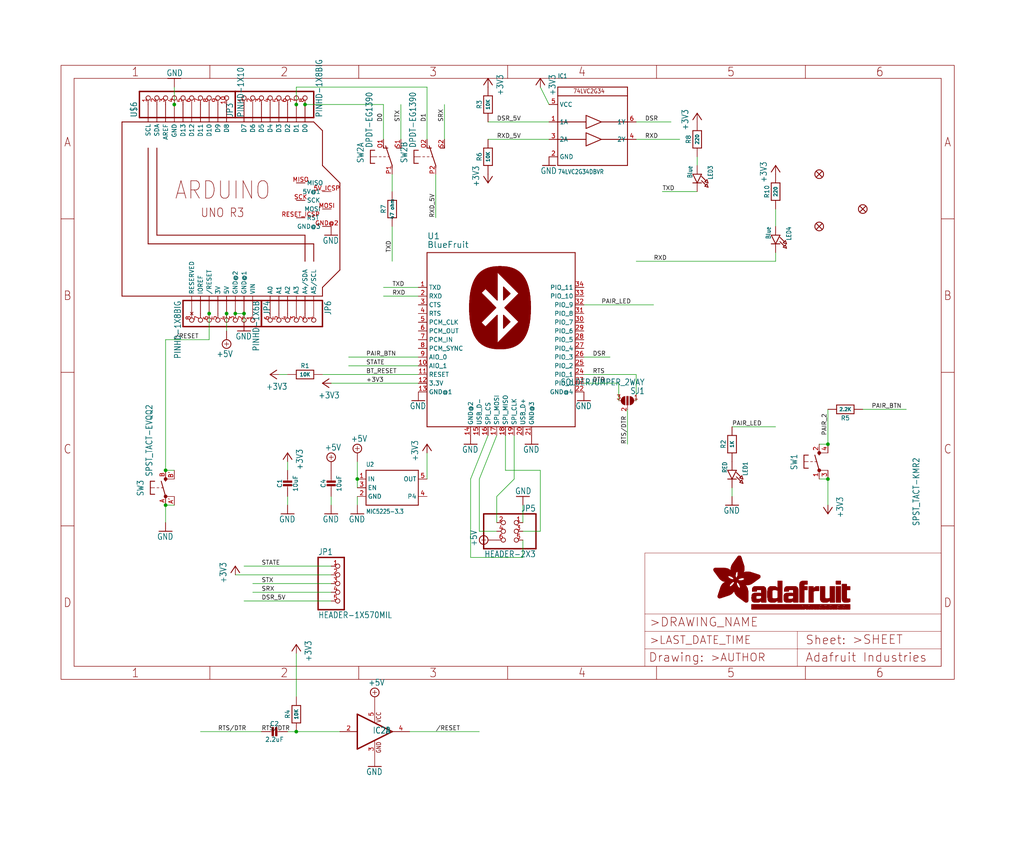
<source format=kicad_sch>
(kicad_sch (version 20211123) (generator eeschema)
  (paper "User" 298.45 247.04)
  (lib_symbols
    (symbol "eagleSchem-eagle-import:+3V3" (power)
      (property "Value" "+3V3" (at -2.54 -5.08 90))
      (symbol "+3V3_1_0"
        (pin power_in line (at 0 -2.54 90) (length 2.54) (name "+3V3") (number "1"))
      )
    )
    (symbol "eagleSchem-eagle-import:+5V" (power)
      (property "Value" "+5V" (at -1.905 3.175 0))
      (symbol "+5V_1_0"
        (pin power_in line (at 0 -2.54 90) (length 2.54) (name "+5V") (number "1"))
      )
    )
    (symbol "eagleSchem-eagle-import:741G07DBV"
      (property "Reference" "IC" (at -0.635 -0.635 0))
      (symbol "741G07DBV_1_0"
        (pin input line (at -10.16 0 0) (length 5.08) (name "I") (number "2"))
        (pin open_collector line (at 10.16 0 180) (length 5.08) (name "O") (number "4"))
      )
      (symbol "741G07DBV_2_0"
        (text "GND" (at 1.905 -6.35 900) (effects (font (size 1.27 1.0795)) (justify left bottom)))
        (text "VCC" (at 1.905 2.54 900) (effects (font (size 1.27 1.0795)) (justify left bottom)))
        (pin power_in line (at 0 -7.62 90) (length 5.08) (name "GND") (number "3"))
        (pin power_in line (at 0 7.62 270) (length 5.08) (name "VCC") (number "5"))
      )
    )
    (symbol "eagleSchem-eagle-import:74LVC2G34DBVR"
      (property "Reference" "IC" (at -7.62 15.24 0))
      (property "Value" "74LVC2G34DBVR" (at -7.62 -12.7 0))
      (symbol "74LVC2G34DBVR_1_0"
        (text "74LVC2G34" (at -3.175 10.795 0) (effects (font (size 1.27 1.0795)) (justify left bottom)))
        (pin input line (at -10.16 2.54 0) (length 2.54) (name "1A") (number "1"))
        (pin power_in line (at -10.16 -7.62 0) (length 2.54) (name "GND") (number "2"))
        (pin input line (at -10.16 -2.54 0) (length 2.54) (name "2A") (number "3"))
        (pin output line (at 15.24 -2.54 180) (length 2.54) (name "2Y") (number "4"))
        (pin power_in line (at -10.16 7.62 0) (length 2.54) (name "VCC") (number "5"))
        (pin output line (at 15.24 2.54 180) (length 2.54) (name "1Y") (number "6"))
      )
    )
    (symbol "eagleSchem-eagle-import:ARDUINO_R3_ICSP"
      (symbol "ARDUINO_R3_ICSP_1_0"
        (text "ARDUINO" (at 15.24 27.94 0) (effects (font (size 5.08 4.318)) (justify left bottom)))
        (text "UNO R3" (at 22.86 22.86 0) (effects (font (size 2.54 2.159)) (justify left bottom)))
        (pin power_in line (at 27.94 -5.08 90) (length 5.08) (name "3V") (number "3V"))
        (pin power_in line (at 30.48 -5.08 90) (length 5.08) (name "5V") (number "5V"))
        (pin passive line (at 60.96 30.48 180) (length 2.54) (name "5V@1") (number "5V_ICSP"))
        (pin bidirectional line (at 43.18 -5.08 90) (length 5.08) (name "A0") (number "A0"))
        (pin bidirectional line (at 45.72 -5.08 90) (length 5.08) (name "A1") (number "A1"))
        (pin bidirectional line (at 48.26 -5.08 90) (length 5.08) (name "A2") (number "A2"))
        (pin bidirectional line (at 50.8 -5.08 90) (length 5.08) (name "A3") (number "A3"))
        (pin bidirectional line (at 53.34 -5.08 90) (length 5.08) (name "A4/SDA") (number "A4"))
        (pin bidirectional line (at 55.88 -5.08 90) (length 5.08) (name "A5/SCL") (number "A5"))
        (pin bidirectional line (at 12.7 55.88 270) (length 5.08) (name "AREF") (number "AREF"))
        (pin bidirectional line (at 53.34 55.88 270) (length 5.08) (name "D0") (number "D0"))
        (pin bidirectional line (at 50.8 55.88 270) (length 5.08) (name "D1") (number "D1"))
        (pin bidirectional line (at 25.4 55.88 270) (length 5.08) (name "D10") (number "D10"))
        (pin bidirectional line (at 22.86 55.88 270) (length 5.08) (name "D11") (number "D11"))
        (pin bidirectional line (at 20.32 55.88 270) (length 5.08) (name "D12") (number "D12"))
        (pin bidirectional line (at 17.78 55.88 270) (length 5.08) (name "D13") (number "D13"))
        (pin bidirectional line (at 48.26 55.88 270) (length 5.08) (name "D2") (number "D2"))
        (pin bidirectional line (at 45.72 55.88 270) (length 5.08) (name "D3") (number "D3"))
        (pin bidirectional line (at 43.18 55.88 270) (length 5.08) (name "D4") (number "D4"))
        (pin bidirectional line (at 40.64 55.88 270) (length 5.08) (name "D5") (number "D5"))
        (pin bidirectional line (at 38.1 55.88 270) (length 5.08) (name "D6") (number "D6"))
        (pin bidirectional line (at 35.56 55.88 270) (length 5.08) (name "D7") (number "D7"))
        (pin bidirectional line (at 30.48 55.88 270) (length 5.08) (name "D8") (number "D8"))
        (pin bidirectional line (at 27.94 55.88 270) (length 5.08) (name "D9") (number "D9"))
        (pin power_in line (at 15.24 55.88 270) (length 5.08) (name "GND") (number "GND"))
        (pin power_in line (at 33.02 -5.08 90) (length 5.08) (name "GND@2") (number "GND@1"))
        (pin passive line (at 60.96 20.32 180) (length 2.54) (name "GND@3") (number "GND@2"))
        (pin power_in line (at 35.56 -5.08 90) (length 5.08) (name "GND@1") (number "GND@3"))
        (pin output line (at 22.86 -5.08 90) (length 5.08) (name "IOREF") (number "IOREF"))
        (pin passive line (at 50.8 33.02 0) (length 2.54) (name "MISO") (number "MISO"))
        (pin passive line (at 60.96 25.4 180) (length 2.54) (name "MOSI") (number "MOSI"))
        (pin no_connect line (at 20.32 -5.08 90) (length 5.08) (name "RESERVED") (number "RESERVED"))
        (pin bidirectional line (at 25.4 -5.08 90) (length 5.08) (name "/RESET") (number "RESET"))
        (pin passive line (at 50.8 22.86 0) (length 2.54) (name "RST") (number "RESET_ICSP"))
        (pin passive line (at 50.8 27.94 0) (length 2.54) (name "SCK") (number "SCK"))
        (pin bidirectional line (at 7.62 55.88 270) (length 5.08) (name "SCL") (number "SCL"))
        (pin bidirectional line (at 10.16 55.88 270) (length 5.08) (name "SDA") (number "SDA"))
        (pin power_in line (at 38.1 -5.08 90) (length 5.08) (name "VIN") (number "VIN"))
      )
    )
    (symbol "eagleSchem-eagle-import:BLUETOOTH_MODULE"
      (property "Reference" "U" (at -20.32 29.21 0))
      (property "Value" "BLUETOOTH_MODULE" (at -20.32 26.67 0))
      (symbol "BLUETOOTH_MODULE_1_0"
        (pin bidirectional line (at -22.86 15.24 0) (length 2.54) (name "TXD") (number "1"))
        (pin bidirectional line (at -22.86 -7.62 0) (length 2.54) (name "AIO_1") (number "10"))
        (pin bidirectional line (at -22.86 -10.16 0) (length 2.54) (name "RESET") (number "11"))
        (pin power_in line (at -22.86 -12.7 0) (length 2.54) (name "3.3V") (number "12"))
        (pin power_in line (at -22.86 -15.24 0) (length 2.54) (name "GND@1") (number "13"))
        (pin power_in line (at -7.62 -27.94 90) (length 2.54) (name "GND@2") (number "14"))
        (pin bidirectional line (at -5.08 -27.94 90) (length 2.54) (name "USB_D-") (number "15"))
        (pin bidirectional line (at -2.54 -27.94 90) (length 2.54) (name "SPI_CS") (number "16"))
        (pin bidirectional line (at 0 -27.94 90) (length 2.54) (name "SPI_MOSI") (number "17"))
        (pin bidirectional line (at 2.54 -27.94 90) (length 2.54) (name "SPI_MISO") (number "18"))
        (pin bidirectional line (at 5.08 -27.94 90) (length 2.54) (name "SPI_CLK") (number "19"))
        (pin bidirectional line (at -22.86 12.7 0) (length 2.54) (name "RXD") (number "2"))
        (pin bidirectional line (at 7.62 -27.94 90) (length 2.54) (name "USB_D+") (number "20"))
        (pin power_in line (at 10.16 -27.94 90) (length 2.54) (name "GND@3") (number "21"))
        (pin power_in line (at 25.4 -15.24 180) (length 2.54) (name "GND@4") (number "22"))
        (pin bidirectional line (at 25.4 -12.7 180) (length 2.54) (name "PIO_0") (number "23"))
        (pin bidirectional line (at 25.4 -10.16 180) (length 2.54) (name "PIO_1") (number "24"))
        (pin bidirectional line (at 25.4 -7.62 180) (length 2.54) (name "PIO_2") (number "25"))
        (pin bidirectional line (at 25.4 -5.08 180) (length 2.54) (name "PIO_3") (number "26"))
        (pin bidirectional line (at 25.4 -2.54 180) (length 2.54) (name "PIO_4") (number "27"))
        (pin bidirectional line (at 25.4 0 180) (length 2.54) (name "PIO_5") (number "28"))
        (pin bidirectional line (at 25.4 2.54 180) (length 2.54) (name "PIO_6") (number "29"))
        (pin bidirectional line (at -22.86 10.16 0) (length 2.54) (name "CTS") (number "3"))
        (pin bidirectional line (at 25.4 5.08 180) (length 2.54) (name "PIO_7") (number "30"))
        (pin bidirectional line (at 25.4 7.62 180) (length 2.54) (name "PIO_8") (number "31"))
        (pin bidirectional line (at 25.4 10.16 180) (length 2.54) (name "PIO_9") (number "32"))
        (pin bidirectional line (at 25.4 12.7 180) (length 2.54) (name "PIO_10") (number "33"))
        (pin bidirectional line (at 25.4 15.24 180) (length 2.54) (name "PIO_11") (number "34"))
        (pin bidirectional line (at -22.86 7.62 0) (length 2.54) (name "RTS") (number "4"))
        (pin bidirectional line (at -22.86 5.08 0) (length 2.54) (name "PCM_CLK") (number "5"))
        (pin bidirectional line (at -22.86 2.54 0) (length 2.54) (name "PCM_OUT") (number "6"))
        (pin bidirectional line (at -22.86 0 0) (length 2.54) (name "PCM_IN") (number "7"))
        (pin bidirectional line (at -22.86 -2.54 0) (length 2.54) (name "PCM_SYNC") (number "8"))
        (pin bidirectional line (at -22.86 -5.08 0) (length 2.54) (name "AIO_0") (number "9"))
      )
    )
    (symbol "eagleSchem-eagle-import:CAP_CERAMIC0805-NOOUTLINE"
      (property "Reference" "C" (at -2.29 1.25 90))
      (property "Value" "CAP_CERAMIC0805-NOOUTLINE" (at 2.3 1.25 90))
      (symbol "CAP_CERAMIC0805-NOOUTLINE_1_0"
        (pin passive line (at 0 5.08 270) (length 2.54) (name "1") (number "1"))
        (pin passive line (at 0 -2.54 90) (length 2.54) (name "2") (number "2"))
      )
    )
    (symbol "eagleSchem-eagle-import:DPDT-EG1390"
      (property "Reference" "SW" (at -8.255 -1.905 90))
      (property "Value" "DPDT-EG1390" (at -5.715 2.54 90))
      (symbol "DPDT-EG1390_1_0"
        (pin passive line (at -2.54 5.08 270) (length 2.54) (name "O") (number "O1"))
        (pin passive line (at 0 -5.08 90) (length 2.54) (name "P") (number "P1"))
        (pin passive line (at 2.54 5.08 270) (length 2.54) (name "S") (number "S1"))
      )
      (symbol "DPDT-EG1390_2_0"
        (pin passive line (at -2.54 5.08 270) (length 2.54) (name "O") (number "O2"))
        (pin passive line (at 0 -5.08 90) (length 2.54) (name "P") (number "P2"))
        (pin passive line (at 2.54 5.08 270) (length 2.54) (name "S") (number "S2"))
      )
    )
    (symbol "eagleSchem-eagle-import:FIDUCIAL{dblquote}{dblquote}")
    (symbol "eagleSchem-eagle-import:FRAME_A4_ADAFRUIT"
      (symbol "FRAME_A4_ADAFRUIT_1_0"
        (text "1" (at 21.6958 1.905 0) (effects (font (size 2.54 2.286))))
        (text "1" (at 21.6958 177.165 0) (effects (font (size 2.54 2.286))))
        (text "2" (at 65.0875 1.905 0) (effects (font (size 2.54 2.286))))
        (text "2" (at 65.0875 177.165 0) (effects (font (size 2.54 2.286))))
        (text "3" (at 108.4792 1.905 0) (effects (font (size 2.54 2.286))))
        (text "3" (at 108.4792 177.165 0) (effects (font (size 2.54 2.286))))
        (text "4" (at 151.8708 1.905 0) (effects (font (size 2.54 2.286))))
        (text "4" (at 151.8708 177.165 0) (effects (font (size 2.54 2.286))))
        (text "5" (at 195.2625 1.905 0) (effects (font (size 2.54 2.286))))
        (text "5" (at 195.2625 177.165 0) (effects (font (size 2.54 2.286))))
        (text "6" (at 238.6542 1.905 0) (effects (font (size 2.54 2.286))))
        (text "6" (at 238.6542 177.165 0) (effects (font (size 2.54 2.286))))
        (text ">AUTHOR" (at 189.23 5.08 0) (effects (font (size 2.286 2.286)) (justify left bottom)))
        (text ">DRAWING_NAME" (at 171.45 15.24 0) (effects (font (size 2.54 2.54)) (justify left bottom)))
        (text ">LAST_DATE_TIME" (at 171.45 10.16 0) (effects (font (size 2.286 2.286)) (justify left bottom)))
        (text ">SHEET" (at 230.505 10.16 0) (effects (font (size 2.54 2.54)) (justify left bottom)))
        (text "A" (at 1.905 156.6863 0) (effects (font (size 2.54 2.286))))
        (text "A" (at 258.445 156.6863 0) (effects (font (size 2.54 2.286))))
        (text "Adafruit Industries" (at 216.916 4.953 0) (effects (font (size 2.54 2.54)) (justify left bottom)))
        (text "B" (at 1.905 111.9188 0) (effects (font (size 2.54 2.286))))
        (text "B" (at 258.445 111.9188 0) (effects (font (size 2.54 2.286))))
        (text "C" (at 1.905 67.1513 0) (effects (font (size 2.54 2.286))))
        (text "C" (at 258.445 67.1513 0) (effects (font (size 2.54 2.286))))
        (text "D" (at 1.905 22.3838 0) (effects (font (size 2.54 2.286))))
        (text "D" (at 258.445 22.3838 0) (effects (font (size 2.54 2.286))))
        (text "Drawing:" (at 171.196 4.953 0) (effects (font (size 2.54 2.54)) (justify left bottom)))
        (text "Sheet:" (at 216.916 10.033 0) (effects (font (size 2.54 2.54)) (justify left bottom)))
      )
    )
    (symbol "eagleSchem-eagle-import:GND" (power)
      (property "Value" "GND" (at -2.54 -2.54 0))
      (symbol "GND_1_0"
        (pin power_in line (at 0 2.54 270) (length 2.54) (name "GND") (number "1"))
      )
    )
    (symbol "eagleSchem-eagle-import:HEADER-1X570MIL"
      (property "Reference" "JP" (at -6.35 8.255 0))
      (property "Value" "HEADER-1X570MIL" (at -6.35 -10.16 0))
      (symbol "HEADER-1X570MIL_1_0"
        (pin passive inverted (at -2.54 5.08 0) (length 2.54) (name "1") (number "1"))
        (pin passive inverted (at -2.54 2.54 0) (length 2.54) (name "2") (number "2"))
        (pin passive inverted (at -2.54 0 0) (length 2.54) (name "3") (number "3"))
        (pin passive inverted (at -2.54 -2.54 0) (length 2.54) (name "4") (number "4"))
        (pin passive inverted (at -2.54 -5.08 0) (length 2.54) (name "5") (number "5"))
      )
    )
    (symbol "eagleSchem-eagle-import:HEADER-2X3"
      (property "Reference" "JP" (at -8.89 5.715 0))
      (property "Value" "HEADER-2X3" (at -8.89 -7.62 0))
      (symbol "HEADER-2X3_1_0"
        (pin passive inverted (at -5.08 2.54 0) (length 2.54) (name "1") (number "1"))
        (pin passive inverted (at 2.54 2.54 180) (length 2.54) (name "2") (number "2"))
        (pin passive inverted (at -5.08 0 0) (length 2.54) (name "3") (number "3"))
        (pin passive inverted (at 2.54 0 180) (length 2.54) (name "4") (number "4"))
        (pin passive inverted (at -5.08 -2.54 0) (length 2.54) (name "5") (number "5"))
        (pin passive inverted (at 2.54 -2.54 180) (length 2.54) (name "6") (number "6"))
      )
    )
    (symbol "eagleSchem-eagle-import:LED0805_NOOUTLINE"
      (property "Reference" "LED" (at -5.08 3.175 0))
      (property "Value" "LED0805_NOOUTLINE" (at -5.08 -2.794 0))
      (symbol "LED0805_NOOUTLINE_1_0"
        (pin passive line (at -5.08 0 0) (length 2.54) (name "A") (number "A"))
        (pin passive line (at 2.54 0 180) (length 2.54) (name "C") (number "C"))
      )
    )
    (symbol "eagleSchem-eagle-import:PINHD-1X10"
      (property "Value" "PINHD-1X10" (at -6.35 -17.78 0))
      (symbol "PINHD-1X10_1_0"
        (pin passive inverted (at -2.54 10.16 0) (length 2.54) (name "1") (number "1"))
        (pin passive inverted (at -2.54 -12.7 0) (length 2.54) (name "10") (number "10"))
        (pin passive inverted (at -2.54 7.62 0) (length 2.54) (name "2") (number "2"))
        (pin passive inverted (at -2.54 5.08 0) (length 2.54) (name "3") (number "3"))
        (pin passive inverted (at -2.54 2.54 0) (length 2.54) (name "4") (number "4"))
        (pin passive inverted (at -2.54 0 0) (length 2.54) (name "5") (number "5"))
        (pin passive inverted (at -2.54 -2.54 0) (length 2.54) (name "6") (number "6"))
        (pin passive inverted (at -2.54 -5.08 0) (length 2.54) (name "7") (number "7"))
        (pin passive inverted (at -2.54 -7.62 0) (length 2.54) (name "8") (number "8"))
        (pin passive inverted (at -2.54 -10.16 0) (length 2.54) (name "9") (number "9"))
      )
    )
    (symbol "eagleSchem-eagle-import:PINHD-1X6B"
      (property "Reference" "JP" (at -6.35 10.795 0))
      (property "Value" "PINHD-1X6B" (at -6.35 -10.16 0))
      (symbol "PINHD-1X6B_1_0"
        (pin passive inverted (at -2.54 7.62 0) (length 2.54) (name "1") (number "1"))
        (pin passive inverted (at -2.54 5.08 0) (length 2.54) (name "2") (number "2"))
        (pin passive inverted (at -2.54 2.54 0) (length 2.54) (name "3") (number "3"))
        (pin passive inverted (at -2.54 0 0) (length 2.54) (name "4") (number "4"))
        (pin passive inverted (at -2.54 -2.54 0) (length 2.54) (name "5") (number "5"))
        (pin passive inverted (at -2.54 -5.08 0) (length 2.54) (name "6") (number "6"))
      )
    )
    (symbol "eagleSchem-eagle-import:PINHD-1X8BIG"
      (property "Reference" "JP" (at -6.35 10.795 0))
      (property "Value" "PINHD-1X8BIG" (at -6.35 -15.24 0))
      (symbol "PINHD-1X8BIG_1_0"
        (pin passive inverted (at -2.54 7.62 0) (length 2.54) (name "1") (number "1"))
        (pin passive inverted (at -2.54 5.08 0) (length 2.54) (name "2") (number "2"))
        (pin passive inverted (at -2.54 2.54 0) (length 2.54) (name "3") (number "3"))
        (pin passive inverted (at -2.54 0 0) (length 2.54) (name "4") (number "4"))
        (pin passive inverted (at -2.54 -2.54 0) (length 2.54) (name "5") (number "5"))
        (pin passive inverted (at -2.54 -5.08 0) (length 2.54) (name "6") (number "6"))
        (pin passive inverted (at -2.54 -7.62 0) (length 2.54) (name "7") (number "7"))
        (pin passive inverted (at -2.54 -10.16 0) (length 2.54) (name "8") (number "8"))
      )
    )
    (symbol "eagleSchem-eagle-import:RESISTOR0805_NOOUTLINE"
      (property "Reference" "R" (at 0 2.54 0))
      (property "Value" "RESISTOR0805_NOOUTLINE" (at 0 0 0))
      (symbol "RESISTOR0805_NOOUTLINE_1_0"
        (pin passive line (at -5.08 0 0) (length 2.54) (name "1") (number "1"))
        (pin passive line (at 5.08 0 180) (length 2.54) (name "2") (number "2"))
      )
    )
    (symbol "eagleSchem-eagle-import:RESISTOR_0805MP"
      (property "Reference" "R" (at 0 2.54 0))
      (property "Value" "RESISTOR_0805MP" (at 0 0 0))
      (symbol "RESISTOR_0805MP_1_0"
        (pin passive line (at -5.08 0 0) (length 2.54) (name "1") (number "1"))
        (pin passive line (at 5.08 0 180) (length 2.54) (name "2") (number "2"))
      )
    )
    (symbol "eagleSchem-eagle-import:SOLDERJUMPER_2WAY"
      (property "Reference" "SJ" (at -5.08 -3.81 0))
      (property "Value" "SOLDERJUMPER_2WAY" (at -5.08 -6.35 0))
      (symbol "SOLDERJUMPER_2WAY_1_0"
        (pin passive line (at -2.54 0 0) (length 0) (name "1") (number "1"))
        (pin passive line (at 0 2.54 270) (length 0) (name "2") (number "2"))
        (pin passive line (at 2.54 0 180) (length 0) (name "3") (number "3"))
      )
    )
    (symbol "eagleSchem-eagle-import:SPST_TACT-EVQQ2"
      (property "Reference" "SW" (at -6.35 -2.54 90))
      (property "Value" "SPST_TACT-EVQQ2" (at -3.81 3.175 90))
      (symbol "SPST_TACT-EVQQ2_1_0"
        (pin passive line (at 0 -5.08 90) (length 2.54) (name "P") (number "A"))
        (pin passive line (at 2.54 -5.08 90) (length 2.54) (name "P1") (number "A'"))
        (pin passive line (at 0 5.08 270) (length 2.54) (name "S") (number "B"))
        (pin passive line (at 2.54 5.08 270) (length 2.54) (name "S1") (number "B'"))
      )
    )
    (symbol "eagleSchem-eagle-import:SPST_TACT-KMR2"
      (property "Reference" "SW" (at -6.35 -2.54 90))
      (property "Value" "SPST_TACT-KMR2" (at -3.81 3.175 90))
      (symbol "SPST_TACT-KMR2_1_0"
        (pin passive line (at 0 -5.08 90) (length 2.54) (name "P") (number "1"))
        (pin passive line (at 0 5.08 270) (length 2.54) (name "S") (number "2"))
        (pin passive line (at 2.54 -5.08 90) (length 2.54) (name "P1") (number "3"))
        (pin passive line (at 2.54 5.08 270) (length 2.54) (name "S1") (number "4"))
      )
    )
    (symbol "eagleSchem-eagle-import:VREG_SOT23-5"
      (property "Reference" "U" (at -7.62 6.096 0))
      (property "Value" "VREG_SOT23-5" (at -7.62 -7.62 0))
      (symbol "VREG_SOT23-5_1_0"
        (pin power_in line (at -10.16 2.54 0) (length 2.54) (name "IN") (number "1"))
        (pin power_in line (at -10.16 -2.54 0) (length 2.54) (name "GND") (number "2"))
        (pin input line (at -10.16 0 0) (length 2.54) (name "EN") (number "3"))
        (pin bidirectional line (at 10.16 -2.54 180) (length 2.54) (name "P4") (number "4"))
        (pin power_in line (at 10.16 2.54 180) (length 2.54) (name "OUT") (number "5"))
      )
    )
  )
  (junction (at 241.3 129.54))
  (junction (at 86.36 30.48))
  (junction (at 104.14 139.7))
  (junction (at 86.36 213.36))
  (junction (at 241.3 139.7))
  (junction (at 48.26 137.16))
  (junction (at 50.8 30.48))
  (junction (at 68.58 91.44))
  (junction (at 71.12 91.44))
  (junction (at 60.96 91.44))
  (junction (at 48.26 147.32))
  (junction (at 88.9 30.48))
  (junction (at 66.04 91.44))
  (wire (pts (xy 152.4 147.32) (xy 152.4 152.4)))
  (wire (pts (xy 238.76 129.54) (xy 241.3 129.54)))
  (wire (pts (xy 121.92 104.14) (xy 101.6 104.14)))
  (wire (pts (xy 68.58 91.44) (xy 71.12 91.44)))
  (wire (pts (xy 66.04 96.52) (xy 66.04 91.44)))
  (wire (pts (xy 71.12 175.26) (xy 96.52 175.26)))
  (wire (pts (xy 104.14 134.62) (xy 104.14 139.7)))
  (wire (pts (xy 114.3 50.8) (xy 114.3 55.88)))
  (wire (pts (xy 50.8 30.48) (xy 50.8 25.4)))
  (wire (pts (xy 50.8 137.16) (xy 48.26 137.16)))
  (wire (pts (xy 142.24 35.56) (xy 160.02 35.56)))
  (wire (pts (xy 157.48 137.16) (xy 157.48 154.94)))
  (wire (pts (xy 104.14 139.7) (xy 104.14 142.24)))
  (wire (pts (xy 48.26 147.32) (xy 48.26 152.4)))
  (wire (pts (xy 121.92 86.36) (xy 111.76 86.36)))
  (wire (pts (xy 121.92 109.22) (xy 93.98 109.22)))
  (wire (pts (xy 147.32 137.16) (xy 147.32 127)))
  (wire (pts (xy 83.82 134.62) (xy 83.82 137.16)))
  (wire (pts (xy 147.32 137.16) (xy 157.48 137.16)))
  (wire (pts (xy 152.4 162.56) (xy 137.16 162.56)))
  (wire (pts (xy 170.18 109.22) (xy 185.42 109.22)))
  (wire (pts (xy 241.3 129.54) (xy 241.3 119.38)))
  (wire (pts (xy 50.8 147.32) (xy 48.26 147.32)))
  (wire (pts (xy 48.26 99.06) (xy 60.96 99.06)))
  (wire (pts (xy 144.78 144.78) (xy 149.86 139.7)))
  (wire (pts (xy 160.02 40.64) (xy 142.24 40.64)))
  (wire (pts (xy 213.36 124.46) (xy 226.06 124.46)))
  (wire (pts (xy 86.36 25.4) (xy 124.46 25.4)))
  (wire (pts (xy 170.18 88.9) (xy 190.5 88.9)))
  (wire (pts (xy 121.92 106.68) (xy 101.6 106.68)))
  (wire (pts (xy 76.2 213.36) (xy 58.42 213.36)))
  (wire (pts (xy 86.36 30.48) (xy 86.36 25.4)))
  (wire (pts (xy 86.36 213.36) (xy 99.06 213.36)))
  (wire (pts (xy 111.76 40.64) (xy 111.76 30.48)))
  (wire (pts (xy 152.4 157.48) (xy 152.4 162.56)))
  (wire (pts (xy 83.82 109.22) (xy 81.28 109.22)))
  (wire (pts (xy 139.7 139.7) (xy 144.78 127)))
  (wire (pts (xy 144.78 152.4) (xy 144.78 144.78)))
  (wire (pts (xy 185.42 35.56) (xy 195.58 35.56)))
  (wire (pts (xy 226.06 76.2) (xy 226.06 73.66)))
  (wire (pts (xy 121.92 83.82) (xy 111.76 83.82)))
  (wire (pts (xy 119.38 213.36) (xy 139.7 213.36)))
  (wire (pts (xy 137.16 162.56) (xy 137.16 139.7)))
  (wire (pts (xy 251.46 119.38) (xy 264.16 119.38)))
  (wire (pts (xy 185.42 109.22) (xy 185.42 116.84)))
  (wire (pts (xy 203.2 55.88) (xy 193.04 55.88)))
  (wire (pts (xy 226.06 66.04) (xy 226.06 60.96)))
  (wire (pts (xy 83.82 147.32) (xy 83.82 144.78)))
  (wire (pts (xy 124.46 132.08) (xy 124.46 139.7)))
  (wire (pts (xy 129.54 30.48) (xy 129.54 40.64)))
  (wire (pts (xy 88.9 30.48) (xy 111.76 30.48)))
  (wire (pts (xy 241.3 147.32) (xy 241.3 139.7)))
  (wire (pts (xy 104.14 147.32) (xy 104.14 144.78)))
  (wire (pts (xy 203.2 48.26) (xy 203.2 45.72)))
  (wire (pts (xy 83.82 213.36) (xy 86.36 213.36)))
  (wire (pts (xy 226.06 76.2) (xy 185.42 76.2)))
  (wire (pts (xy 180.34 111.76) (xy 170.18 111.76)))
  (wire (pts (xy 213.36 144.78) (xy 213.36 142.24)))
  (wire (pts (xy 139.7 139.7) (xy 139.7 154.94)))
  (wire (pts (xy 114.3 66.04) (xy 114.3 76.2)))
  (wire (pts (xy 170.18 104.14) (xy 177.8 104.14)))
  (wire (pts (xy 180.34 111.76) (xy 180.34 116.84)))
  (wire (pts (xy 86.36 203.2) (xy 86.36 190.5)))
  (wire (pts (xy 185.42 40.64) (xy 198.12 40.64)))
  (wire (pts (xy 71.12 91.44) (xy 71.12 93.98)))
  (wire (pts (xy 238.76 139.7) (xy 241.3 139.7)))
  (wire (pts (xy 142.24 127) (xy 137.16 139.7)))
  (wire (pts (xy 60.96 99.06) (xy 60.96 91.44)))
  (wire (pts (xy 48.26 137.16) (xy 48.26 99.06)))
  (wire (pts (xy 127 50.8) (xy 127 63.5)))
  (wire (pts (xy 96.52 165.1) (xy 71.12 165.1)))
  (wire (pts (xy 116.84 40.64) (xy 116.84 30.48)))
  (wire (pts (xy 182.88 119.38) (xy 182.88 129.54)))
  (wire (pts (xy 68.58 167.64) (xy 96.52 167.64)))
  (wire (pts (xy 157.48 154.94) (xy 152.4 154.94)))
  (wire (pts (xy 149.86 139.7) (xy 149.86 127)))
  (wire (pts (xy 124.46 25.4) (xy 124.46 40.64)))
  (wire (pts (xy 96.52 172.72) (xy 73.66 172.72)))
  (wire (pts (xy 96.52 147.32) (xy 96.52 144.78)))
  (wire (pts (xy 139.7 154.94) (xy 144.78 154.94)))
  (wire (pts (xy 73.66 170.18) (xy 96.52 170.18)))
  (wire (pts (xy 157.48 25.4) (xy 160.02 30.48)))
  (wire (pts (xy 96.52 111.76) (xy 121.92 111.76)))
  (label "TXD" (at 114.3 73.66 90) (effects (font (size 1.2446 1.2446))))
  (label "PAIR_LED" (at 213.36 124.46 0) (effects (font (size 1.2446 1.2446))))
  (label "BT_RESET" (at 106.68 109.22 0) (effects (font (size 1.2446 1.2446))))
  (label "RTS/DTR" (at 182.88 129.54 90) (effects (font (size 1.2446 1.2446))))
  (label "DSR" (at 187.96 35.56 0) (effects (font (size 1.2446 1.2446))))
  (label "PAIR_BTN" (at 106.68 104.14 0) (effects (font (size 1.2446 1.2446))))
  (label "DSR_5V" (at 76.2 175.26 0) (effects (font (size 1.2446 1.2446))))
  (label "SRX" (at 129.54 35.56 90) (effects (font (size 1.2446 1.2446))))
  (label "RTS/DTR" (at 76.2 213.36 0) (effects (font (size 1.2446 1.2446))))
  (label "RTS/DTR" (at 63.5 213.36 0) (effects (font (size 1.2446 1.2446))))
  (label "D0" (at 111.76 35.56 90) (effects (font (size 1.2446 1.2446))))
  (label "PAIR_BTN" (at 254 119.38 0) (effects (font (size 1.2446 1.2446))))
  (label "DTR" (at 172.72 111.76 0) (effects (font (size 1.2446 1.2446))))
  (label "RXD_5V" (at 127 63.5 90) (effects (font (size 1.2446 1.2446))))
  (label "RXD" (at 114.3 86.36 0) (effects (font (size 1.2446 1.2446))))
  (label "STX" (at 76.2 170.18 0) (effects (font (size 1.2446 1.2446))))
  (label "DSR" (at 172.72 104.14 0) (effects (font (size 1.2446 1.2446))))
  (label "STATE" (at 76.2 165.1 0) (effects (font (size 1.2446 1.2446))))
  (label "/RESET" (at 127 213.36 0) (effects (font (size 1.2446 1.2446))))
  (label "/RESET" (at 50.8 99.06 0) (effects (font (size 1.2446 1.2446))))
  (label "STX" (at 116.84 35.56 90) (effects (font (size 1.2446 1.2446))))
  (label "+3V3" (at 106.68 111.76 0) (effects (font (size 1.2446 1.2446))))
  (label "PAIR_2" (at 241.3 127 90) (effects (font (size 1.2446 1.2446))))
  (label "STATE" (at 106.68 106.68 0) (effects (font (size 1.2446 1.2446))))
  (label "PAIR_LED" (at 175.26 88.9 0) (effects (font (size 1.2446 1.2446))))
  (label "RTS" (at 172.72 109.22 0) (effects (font (size 1.2446 1.2446))))
  (label "RXD_5V" (at 144.78 40.64 0) (effects (font (size 1.2446 1.2446))))
  (label "D1" (at 124.46 35.56 90) (effects (font (size 1.2446 1.2446))))
  (label "RXD" (at 187.96 40.64 0) (effects (font (size 1.2446 1.2446))))
  (label "SRX" (at 76.2 172.72 0) (effects (font (size 1.2446 1.2446))))
  (label "TXD" (at 114.3 83.82 0) (effects (font (size 1.2446 1.2446))))
  (label "DSR_5V" (at 144.78 35.56 0) (effects (font (size 1.2446 1.2446))))
  (label "RXD" (at 190.5 76.2 0) (effects (font (size 1.2446 1.2446))))
  (label "TXD" (at 193.04 55.88 0) (effects (font (size 1.2446 1.2446))))
  (symbol (lib_id "eagleSchem-eagle-import:GND") (at 137.16 129.54 0) (unit 1)
    (property "Reference" "#GND1" (effects hide))
    (property "Value" "GND" (at 134.62 132.08 0) (effects (font (size 1.778 1.5113)) (justify left bottom)))
    (property "Footprint" "eagleSchem:" (effects hide))
  )
  (symbol (lib_id "eagleSchem-eagle-import:LED0805_NOOUTLINE") (at 213.36 139.7 270) (unit 1)
    (property "Reference" "LED1" (at 216.535 134.62 0) (effects (font (size 1.27 1.0795)) (justify left bottom)))
    (property "Value" "RED" (at 210.566 134.62 0) (effects (font (size 1.27 1.0795)) (justify left bottom)))
    (property "Footprint" "eagleSchem:CHIPLED_0805_NOOUTLINE" (effects hide))
  )
  (symbol (lib_id "eagleSchem-eagle-import:741G07DBV") (at 109.22 213.36 0) (unit 2)
    (property "Reference" "IC2" (at 108.585 213.995 0) (effects (font (size 1.778 1.5113)) (justify left bottom)))
    (property "Value" "741G07DBV" (effects hide))
    (property "Footprint" "eagleSchem:SOT23-5" (effects hide))
  )
  (symbol (lib_id "eagleSchem-eagle-import:+5V") (at 96.52 134.62 0) (unit 1)
    (property "Reference" "#SUPPLY3" (effects hide))
    (property "Value" "+5V" (at 94.615 131.445 0) (effects (font (size 1.778 1.5113)) (justify left bottom)))
    (property "Footprint" "eagleSchem:" (effects hide))
  )
  (symbol (lib_id "eagleSchem-eagle-import:+3V3") (at 226.06 48.26 0) (unit 1)
    (property "Reference" "#+3V8" (effects hide))
    (property "Value" "+3V3" (at 223.52 53.34 90) (effects (font (size 1.778 1.5113)) (justify left bottom)))
    (property "Footprint" "eagleSchem:" (effects hide))
  )
  (symbol (lib_id "eagleSchem-eagle-import:HEADER-1X570MIL") (at 99.06 170.18 0) (unit 1)
    (property "Reference" "JP1" (at 92.71 161.925 0) (effects (font (size 1.778 1.5113)) (justify left bottom)))
    (property "Value" "HEADER-1X570MIL" (at 92.71 180.34 0) (effects (font (size 1.778 1.5113)) (justify left bottom)))
    (property "Footprint" "eagleSchem:1X05_ROUND_70" (effects hide))
  )
  (symbol (lib_id "eagleSchem-eagle-import:PINHD-1X6B") (at 83.82 93.98 270) (unit 1)
    (property "Reference" "JP6" (at 94.615 87.63 0) (effects (font (size 1.778 1.5113)) (justify left bottom)))
    (property "Value" "PINHD-1X6B" (at 73.66 87.63 0) (effects (font (size 1.778 1.5113)) (justify left bottom)))
    (property "Footprint" "eagleSchem:1X06-BIG" (effects hide))
  )
  (symbol (lib_id "eagleSchem-eagle-import:GND") (at 154.94 129.54 0) (unit 1)
    (property "Reference" "#GND2" (effects hide))
    (property "Value" "GND" (at 152.4 132.08 0) (effects (font (size 1.778 1.5113)) (justify left bottom)))
    (property "Footprint" "eagleSchem:" (effects hide))
  )
  (symbol (lib_id "eagleSchem-eagle-import:VREG_SOT23-5") (at 114.3 142.24 0) (unit 1)
    (property "Reference" "U2" (at 106.68 136.144 0) (effects (font (size 1.27 1.0795)) (justify left bottom)))
    (property "Value" "MIC5225-3.3" (at 106.68 149.86 0) (effects (font (size 1.27 1.0795)) (justify left bottom)))
    (property "Footprint" "eagleSchem:SOT23-5" (effects hide))
  )
  (symbol (lib_id "eagleSchem-eagle-import:GND") (at 71.12 96.52 0) (unit 1)
    (property "Reference" "#GND11" (effects hide))
    (property "Value" "GND" (at 68.58 99.06 0) (effects (font (size 1.778 1.5113)) (justify left bottom)))
    (property "Footprint" "eagleSchem:" (effects hide))
  )
  (symbol (lib_id "eagleSchem-eagle-import:CAP_CERAMIC0805-NOOUTLINE") (at 78.74 213.36 270) (unit 1)
    (property "Reference" "C2" (at 79.99 211.07 90))
    (property "Value" "2.2uF" (at 79.99 215.66 90))
    (property "Footprint" "eagleSchem:0805-NO" (effects hide))
  )
  (symbol (lib_id "eagleSchem-eagle-import:GND") (at 121.92 116.84 0) (unit 1)
    (property "Reference" "#GND4" (effects hide))
    (property "Value" "GND" (at 119.38 119.38 0) (effects (font (size 1.778 1.5113)) (justify left bottom)))
    (property "Footprint" "eagleSchem:" (effects hide))
  )
  (symbol (lib_id "eagleSchem-eagle-import:PINHD-1X10") (at 53.34 27.94 90) (unit 1)
    (property "Reference" "U$6" (at 40.005 34.29 0) (effects (font (size 1.778 1.5113)) (justify left bottom)))
    (property "Value" "PINHD-1X10" (at 71.12 34.29 0) (effects (font (size 1.778 1.5113)) (justify left bottom)))
    (property "Footprint" "eagleSchem:1X10-BIG" (effects hide))
  )
  (symbol (lib_id "eagleSchem-eagle-import:741G07DBV") (at 109.22 213.36 0) (unit 1)
    (property "Reference" "IC2" (at 108.585 213.995 0) (effects (font (size 1.778 1.5113)) (justify left bottom)))
    (property "Value" "741G07DBV" (effects hide))
    (property "Footprint" "eagleSchem:SOT23-5" (effects hide))
  )
  (symbol (lib_id "eagleSchem-eagle-import:RESISTOR_0805MP") (at 142.24 30.48 90) (unit 1)
    (property "Reference" "R3" (at 139.7 30.48 0))
    (property "Value" "10K" (at 142.24 30.48 0) (effects (font (size 1.016 1.016) bold)))
    (property "Footprint" "eagleSchem:_0805MP" (effects hide))
  )
  (symbol (lib_id "eagleSchem-eagle-import:SOLDERJUMPER_2WAY") (at 182.88 116.84 180) (unit 1)
    (property "Reference" "SJ1" (at 187.96 113.03 0) (effects (font (size 1.778 1.5113)) (justify left bottom)))
    (property "Value" "SOLDERJUMPER_2WAY" (at 187.96 110.49 0) (effects (font (size 1.778 1.5113)) (justify left bottom)))
    (property "Footprint" "eagleSchem:SOLDERJUMPER_2WAY_OPEN_NOPASTE" (effects hide))
  )
  (symbol (lib_id "eagleSchem-eagle-import:FIDUCIAL{dblquote}{dblquote}") (at 251.46 60.96 0) (unit 1)
    (property "Reference" "FID1" (effects hide))
    (property "Value" "FIDUCIAL{dblquote}{dblquote}" (effects hide))
    (property "Footprint" "eagleSchem:FIDUCIAL_1MM" (effects hide))
  )
  (symbol (lib_id "eagleSchem-eagle-import:RESISTOR_0805MP") (at 142.24 45.72 90) (unit 1)
    (property "Reference" "R6" (at 139.7 45.72 0))
    (property "Value" "10K" (at 142.24 45.72 0) (effects (font (size 1.016 1.016) bold)))
    (property "Footprint" "eagleSchem:_0805MP" (effects hide))
  )
  (symbol (lib_id "eagleSchem-eagle-import:GND") (at 48.26 154.94 0) (unit 1)
    (property "Reference" "#GND13" (effects hide))
    (property "Value" "GND" (at 45.72 157.48 0) (effects (font (size 1.778 1.5113)) (justify left bottom)))
    (property "Footprint" "eagleSchem:" (effects hide))
  )
  (symbol (lib_id "eagleSchem-eagle-import:SPST_TACT-EVQQ2") (at 48.26 142.24 0) (unit 1)
    (property "Reference" "SW3" (at 41.91 144.78 90) (effects (font (size 1.778 1.5113)) (justify left bottom)))
    (property "Value" "SPST_TACT-EVQQ2" (at 44.45 139.065 90) (effects (font (size 1.778 1.5113)) (justify left bottom)))
    (property "Footprint" "eagleSchem:EVQ-Q2" (effects hide))
  )
  (symbol (lib_id "eagleSchem-eagle-import:DPDT-EG1390") (at 114.3 45.72 0) (unit 1)
    (property "Reference" "SW2" (at 106.045 47.625 90) (effects (font (size 1.778 1.5113)) (justify left bottom)))
    (property "Value" "DPDT-EG1390" (at 108.585 43.18 90) (effects (font (size 1.778 1.5113)) (justify left bottom)))
    (property "Footprint" "eagleSchem:EG1390" (effects hide))
  )
  (symbol (lib_id "eagleSchem-eagle-import:GND") (at 109.22 223.52 0) (unit 1)
    (property "Reference" "#GND15" (effects hide))
    (property "Value" "GND" (at 106.68 226.06 0) (effects (font (size 1.778 1.5113)) (justify left bottom)))
    (property "Footprint" "eagleSchem:" (effects hide))
  )
  (symbol (lib_id "eagleSchem-eagle-import:PINHD-1X8BIG") (at 66.04 93.98 270) (unit 1)
    (property "Reference" "JP4" (at 76.835 87.63 0) (effects (font (size 1.778 1.5113)) (justify left bottom)))
    (property "Value" "PINHD-1X8BIG" (at 50.8 87.63 0) (effects (font (size 1.778 1.5113)) (justify left bottom)))
    (property "Footprint" "eagleSchem:1X08-BIG" (effects hide))
  )
  (symbol (lib_id "eagleSchem-eagle-import:SPST_TACT-KMR2") (at 238.76 134.62 0) (unit 1)
    (property "Reference" "SW1" (at 232.41 137.16 90) (effects (font (size 1.778 1.5113)) (justify left bottom)))
    (property "Value" "SPST_TACT-KMR2" (at 266.065 133.35 90) (effects (font (size 1.778 1.5113)) (justify right top)))
    (property "Footprint" "eagleSchem:KMR2" (effects hide))
  )
  (symbol (lib_id "eagleSchem-eagle-import:GND") (at 50.8 22.86 180) (unit 1)
    (property "Reference" "#GND14" (effects hide))
    (property "Value" "GND" (at 53.34 20.32 0) (effects (font (size 1.778 1.5113)) (justify left bottom)))
    (property "Footprint" "eagleSchem:" (effects hide))
  )
  (symbol (lib_id "eagleSchem-eagle-import:LED0805_NOOUTLINE") (at 203.2 53.34 270) (unit 1)
    (property "Reference" "LED3" (at 206.375 48.26 0) (effects (font (size 1.27 1.0795)) (justify left bottom)))
    (property "Value" "Blue" (at 200.406 48.26 0) (effects (font (size 1.27 1.0795)) (justify left bottom)))
    (property "Footprint" "eagleSchem:CHIPLED_0805_NOOUTLINE" (effects hide))
  )
  (symbol (lib_id "eagleSchem-eagle-import:GND") (at 83.82 149.86 0) (unit 1)
    (property "Reference" "#GND8" (effects hide))
    (property "Value" "GND" (at 81.28 152.4 0) (effects (font (size 1.778 1.5113)) (justify left bottom)))
    (property "Footprint" "eagleSchem:" (effects hide))
  )
  (symbol (lib_id "eagleSchem-eagle-import:+3V3") (at 157.48 22.86 0) (mirror y) (unit 1)
    (property "Reference" "#+3V9" (effects hide))
    (property "Value" "+3V3" (at 160.02 27.94 90) (effects (font (size 1.778 1.5113)) (justify left bottom)))
    (property "Footprint" "eagleSchem:" (effects hide))
  )
  (symbol (lib_id "eagleSchem-eagle-import:+3V3") (at 78.74 109.22 90) (unit 1)
    (property "Reference" "#+3V6" (effects hide))
    (property "Value" "+3V3" (at 83.82 111.76 90) (effects (font (size 1.778 1.5113)) (justify left bottom)))
    (property "Footprint" "eagleSchem:" (effects hide))
  )
  (symbol (lib_id "eagleSchem-eagle-import:+5V") (at 142.24 157.48 90) (unit 1)
    (property "Reference" "#SUPPLY4" (effects hide))
    (property "Value" "+5V" (at 139.065 159.385 0) (effects (font (size 1.778 1.5113)) (justify left bottom)))
    (property "Footprint" "eagleSchem:" (effects hide))
  )
  (symbol (lib_id "eagleSchem-eagle-import:74LVC2G34DBVR") (at 170.18 38.1 0) (unit 1)
    (property "Reference" "IC1" (at 162.56 22.86 0) (effects (font (size 1.27 1.0795)) (justify left bottom)))
    (property "Value" "74LVC2G34DBVR" (at 162.56 50.8 0) (effects (font (size 1.27 1.0795)) (justify left bottom)))
    (property "Footprint" "eagleSchem:SOT23-6" (effects hide))
  )
  (symbol (lib_id "eagleSchem-eagle-import:RESISTOR0805_NOOUTLINE") (at 88.9 109.22 0) (unit 1)
    (property "Reference" "R1" (at 88.9 106.68 0))
    (property "Value" "10K" (at 88.9 109.22 0) (effects (font (size 1.016 1.016) bold)))
    (property "Footprint" "eagleSchem:0805-NO" (effects hide))
  )
  (symbol (lib_id "eagleSchem-eagle-import:+3V3") (at 142.24 53.34 0) (mirror x) (unit 1)
    (property "Reference" "#+3V10" (effects hide))
    (property "Value" "+3V3" (at 139.7 48.26 90) (effects (font (size 1.778 1.5113)) (justify left bottom)))
    (property "Footprint" "eagleSchem:" (effects hide))
  )
  (symbol (lib_id "eagleSchem-eagle-import:PINHD-1X8BIG") (at 78.74 27.94 90) (unit 1)
    (property "Reference" "JP3" (at 67.945 34.29 0) (effects (font (size 1.778 1.5113)) (justify left bottom)))
    (property "Value" "PINHD-1X8BIG" (at 93.98 34.29 0) (effects (font (size 1.778 1.5113)) (justify left bottom)))
    (property "Footprint" "eagleSchem:1X08-BIG" (effects hide))
  )
  (symbol (lib_id "eagleSchem-eagle-import:+3V3") (at 203.2 33.02 0) (unit 1)
    (property "Reference" "#+3V4" (effects hide))
    (property "Value" "+3V3" (at 200.66 38.1 90) (effects (font (size 1.778 1.5113)) (justify left bottom)))
    (property "Footprint" "eagleSchem:" (effects hide))
  )
  (symbol (lib_id "eagleSchem-eagle-import:RESISTOR0805_NOOUTLINE") (at 226.06 55.88 90) (unit 1)
    (property "Reference" "R10" (at 223.52 55.88 0))
    (property "Value" "220" (at 226.06 55.88 0) (effects (font (size 1.016 1.016) bold)))
    (property "Footprint" "eagleSchem:0805-NO" (effects hide))
  )
  (symbol (lib_id "eagleSchem-eagle-import:+3V3") (at 124.46 129.54 0) (unit 1)
    (property "Reference" "#+3V1" (effects hide))
    (property "Value" "+3V3" (at 121.92 134.62 90) (effects (font (size 1.778 1.5113)) (justify left bottom)))
    (property "Footprint" "eagleSchem:" (effects hide))
  )
  (symbol (lib_id "eagleSchem-eagle-import:RESISTOR0805_NOOUTLINE") (at 86.36 208.28 90) (unit 1)
    (property "Reference" "R4" (at 83.82 208.28 0))
    (property "Value" "10K" (at 86.36 208.28 0) (effects (font (size 1.016 1.016) bold)))
    (property "Footprint" "eagleSchem:0805-NO" (effects hide))
  )
  (symbol (lib_id "eagleSchem-eagle-import:HEADER-2X3") (at 147.32 154.94 0) (mirror y) (unit 1)
    (property "Reference" "JP5" (at 156.21 149.225 0) (effects (font (size 1.778 1.5113)) (justify left bottom)))
    (property "Value" "HEADER-2X3" (at 156.21 162.56 0) (effects (font (size 1.778 1.5113)) (justify left bottom)))
    (property "Footprint" "eagleSchem:2X03_ROUND_70MIL" (effects hide))
  )
  (symbol (lib_id "eagleSchem-eagle-import:CAP_CERAMIC0805-NOOUTLINE") (at 96.52 142.24 0) (unit 1)
    (property "Reference" "C4" (at 94.23 140.99 90))
    (property "Value" "10uF" (at 98.82 140.99 90))
    (property "Footprint" "eagleSchem:0805-NO" (effects hide))
  )
  (symbol (lib_id "eagleSchem-eagle-import:GND") (at 160.02 48.26 0) (unit 1)
    (property "Reference" "#GND12" (effects hide))
    (property "Value" "GND" (at 157.48 50.8 0) (effects (font (size 1.778 1.5113)) (justify left bottom)))
    (property "Footprint" "eagleSchem:" (effects hide))
  )
  (symbol (lib_id "eagleSchem-eagle-import:GND") (at 170.18 116.84 0) (unit 1)
    (property "Reference" "#GND3" (effects hide))
    (property "Value" "GND" (at 167.64 119.38 0) (effects (font (size 1.778 1.5113)) (justify left bottom)))
    (property "Footprint" "eagleSchem:" (effects hide))
  )
  (symbol (lib_id "eagleSchem-eagle-import:GND") (at 104.14 149.86 0) (unit 1)
    (property "Reference" "#GND6" (effects hide))
    (property "Value" "GND" (at 101.6 152.4 0) (effects (font (size 1.778 1.5113)) (justify left bottom)))
    (property "Footprint" "eagleSchem:" (effects hide))
  )
  (symbol (lib_id "eagleSchem-eagle-import:+3V3") (at 83.82 132.08 0) (mirror y) (unit 1)
    (property "Reference" "#+3V2" (effects hide))
    (property "Value" "+3V3" (at 86.36 137.16 90) (effects (font (size 1.778 1.5113)) (justify left bottom)))
    (property "Footprint" "eagleSchem:" (effects hide))
  )
  (symbol (lib_id "eagleSchem-eagle-import:FIDUCIAL{dblquote}{dblquote}") (at 238.76 66.04 0) (unit 1)
    (property "Reference" "FID3" (effects hide))
    (property "Value" "FIDUCIAL{dblquote}{dblquote}" (effects hide))
    (property "Footprint" "eagleSchem:FIDUCIAL_1MM" (effects hide))
  )
  (symbol (lib_id "eagleSchem-eagle-import:FRAME_A4_ADAFRUIT") (at 17.78 198.12 0) (unit 1)
    (property "Reference" "#U$1" (effects hide))
    (property "Value" "FRAME_A4_ADAFRUIT" (effects hide))
    (property "Footprint" "eagleSchem:" (effects hide))
  )
  (symbol (lib_id "eagleSchem-eagle-import:RESISTOR0805_NOOUTLINE") (at 213.36 129.54 90) (unit 1)
    (property "Reference" "R2" (at 210.82 129.54 0))
    (property "Value" "1K" (at 213.36 129.54 0) (effects (font (size 1.016 1.016) bold)))
    (property "Footprint" "eagleSchem:0805-NO" (effects hide))
  )
  (symbol (lib_id "eagleSchem-eagle-import:+3V3") (at 142.24 22.86 0) (mirror y) (unit 1)
    (property "Reference" "#+3V11" (effects hide))
    (property "Value" "+3V3" (at 144.78 27.94 90) (effects (font (size 1.778 1.5113)) (justify left bottom)))
    (property "Footprint" "eagleSchem:" (effects hide))
  )
  (symbol (lib_id "eagleSchem-eagle-import:+5V") (at 66.04 99.06 180) (unit 1)
    (property "Reference" "#SUPPLY1" (effects hide))
    (property "Value" "+5V" (at 67.945 102.235 0) (effects (font (size 1.778 1.5113)) (justify left bottom)))
    (property "Footprint" "eagleSchem:" (effects hide))
  )
  (symbol (lib_id "eagleSchem-eagle-import:RESISTOR0805_NOOUTLINE") (at 246.38 119.38 180) (unit 1)
    (property "Reference" "R5" (at 246.38 121.92 0))
    (property "Value" "2.2K" (at 246.38 119.38 0) (effects (font (size 1.016 1.016) bold)))
    (property "Footprint" "eagleSchem:0805-NO" (effects hide))
  )
  (symbol (lib_id "eagleSchem-eagle-import:+3V3") (at 86.36 187.96 0) (mirror y) (unit 1)
    (property "Reference" "#+3V5" (effects hide))
    (property "Value" "+3V3" (at 88.9 193.04 90) (effects (font (size 1.778 1.5113)) (justify left bottom)))
    (property "Footprint" "eagleSchem:" (effects hide))
  )
  (symbol (lib_id "eagleSchem-eagle-import:ARDUINO_R3_ICSP") (at 35.56 86.36 0) (unit 1)
    (property "Reference" "U$5" (effects hide))
    (property "Value" "ARDUINO_R3_ICSP" (effects hide))
    (property "Footprint" "eagleSchem:ARDUINOR3_ICSP" (effects hide))
  )
  (symbol (lib_id "eagleSchem-eagle-import:GND") (at 96.52 68.58 0) (unit 1)
    (property "Reference" "#GND9" (effects hide))
    (property "Value" "GND" (at 93.98 71.12 0) (effects (font (size 1.778 1.5113)) (justify left bottom)))
    (property "Footprint" "eagleSchem:" (effects hide))
  )
  (symbol (lib_id "eagleSchem-eagle-import:FIDUCIAL{dblquote}{dblquote}") (at 238.76 50.8 0) (unit 1)
    (property "Reference" "FID2" (effects hide))
    (property "Value" "FIDUCIAL{dblquote}{dblquote}" (effects hide))
    (property "Footprint" "eagleSchem:FIDUCIAL_1MM" (effects hide))
  )
  (symbol (lib_id "eagleSchem-eagle-import:RESISTOR0805_NOOUTLINE") (at 203.2 40.64 90) (unit 1)
    (property "Reference" "R8" (at 200.66 40.64 0))
    (property "Value" "220" (at 203.2 40.64 0) (effects (font (size 1.016 1.016) bold)))
    (property "Footprint" "eagleSchem:0805-NO" (effects hide))
  )
  (symbol (lib_id "eagleSchem-eagle-import:+3V3") (at 241.3 149.86 180) (unit 1)
    (property "Reference" "#+3V7" (effects hide))
    (property "Value" "+3V3" (at 243.84 144.78 90) (effects (font (size 1.778 1.5113)) (justify left bottom)))
    (property "Footprint" "eagleSchem:" (effects hide))
  )
  (symbol (lib_id "eagleSchem-eagle-import:CAP_CERAMIC0805-NOOUTLINE") (at 83.82 142.24 0) (unit 1)
    (property "Reference" "C1" (at 81.53 140.99 90))
    (property "Value" "10uF" (at 86.12 140.99 90))
    (property "Footprint" "eagleSchem:0805-NO" (effects hide))
  )
  (symbol (lib_id "eagleSchem-eagle-import:+5V") (at 109.22 203.2 0) (unit 1)
    (property "Reference" "#SUPPLY5" (effects hide))
    (property "Value" "+5V" (at 107.315 200.025 0) (effects (font (size 1.778 1.5113)) (justify left bottom)))
    (property "Footprint" "eagleSchem:" (effects hide))
  )
  (symbol (lib_id "eagleSchem-eagle-import:RESISTOR0805_NOOUTLINE") (at 114.3 60.96 90) (unit 1)
    (property "Reference" "R7" (at 111.76 60.96 0))
    (property "Value" "47 ohm" (at 114.3 60.96 0) (effects (font (size 1.016 1.016) bold)))
    (property "Footprint" "eagleSchem:0805-NO" (effects hide))
  )
  (symbol (lib_id "eagleSchem-eagle-import:GND") (at 96.52 149.86 0) (unit 1)
    (property "Reference" "#GND7" (effects hide))
    (property "Value" "GND" (at 93.98 152.4 0) (effects (font (size 1.778 1.5113)) (justify left bottom)))
    (property "Footprint" "eagleSchem:" (effects hide))
  )
  (symbol (lib_id "eagleSchem-eagle-import:GND") (at 152.4 144.78 180) (unit 1)
    (property "Reference" "#GND5" (effects hide))
    (property "Value" "GND" (at 154.94 142.24 0) (effects (font (size 1.778 1.5113)) (justify left bottom)))
    (property "Footprint" "eagleSchem:" (effects hide))
  )
  (symbol (lib_id "eagleSchem-eagle-import:BLUETOOTH_MODULE") (at 144.78 99.06 0) (unit 1)
    (property "Reference" "U1" (at 124.46 69.85 0) (effects (font (size 1.778 1.778)) (justify left bottom)))
    (property "Value" "BlueFruit" (at 124.46 72.39 0) (effects (font (size 1.778 1.778)) (justify left bottom)))
    (property "Footprint" "eagleSchem:BLUETOOTH_MODULE" (effects hide))
  )
  (symbol (lib_id "eagleSchem-eagle-import:DPDT-EG1390") (at 127 45.72 0) (unit 2)
    (property "Reference" "SW2" (at 118.745 47.625 90) (effects (font (size 1.778 1.5113)) (justify left bottom)))
    (property "Value" "DPDT-EG1390" (at 121.285 43.18 90) (effects (font (size 1.778 1.5113)) (justify left bottom)))
    (property "Footprint" "eagleSchem:EG1390" (effects hide))
  )
  (symbol (lib_id "eagleSchem-eagle-import:+3V3") (at 93.98 111.76 90) (unit 1)
    (property "Reference" "#+3V3" (effects hide))
    (property "Value" "+3V3" (at 99.06 114.3 90) (effects (font (size 1.778 1.5113)) (justify left bottom)))
    (property "Footprint" "eagleSchem:" (effects hide))
  )
  (symbol (lib_id "eagleSchem-eagle-import:+3V3") (at 68.58 165.1 0) (unit 1)
    (property "Reference" "#+3V12" (effects hide))
    (property "Value" "+3V3" (at 66.04 170.18 90) (effects (font (size 1.778 1.5113)) (justify left bottom)))
    (property "Footprint" "eagleSchem:" (effects hide))
  )
  (symbol (lib_id "eagleSchem-eagle-import:+5V") (at 104.14 132.08 0) (unit 1)
    (property "Reference" "#SUPPLY2" (effects hide))
    (property "Value" "+5V" (at 102.235 128.905 0) (effects (font (size 1.778 1.5113)) (justify left bottom)))
    (property "Footprint" "eagleSchem:" (effects hide))
  )
  (symbol (lib_id "eagleSchem-eagle-import:GND") (at 213.36 147.32 0) (unit 1)
    (property "Reference" "#GND10" (effects hide))
    (property "Value" "GND" (at 210.82 149.86 0) (effects (font (size 1.778 1.5113)) (justify left bottom)))
    (property "Footprint" "eagleSchem:" (effects hide))
  )
  (symbol (lib_id "eagleSchem-eagle-import:LED0805_NOOUTLINE") (at 226.06 71.12 270) (unit 1)
    (property "Reference" "LED4" (at 229.235 66.04 0) (effects (font (size 1.27 1.0795)) (justify left bottom)))
    (property "Value" "Blue" (at 223.266 66.04 0) (effects (font (size 1.27 1.0795)) (justify left bottom)))
    (property "Footprint" "eagleSchem:CHIPLED_0805_NOOUTLINE" (effects hide))
  )
)
</source>
